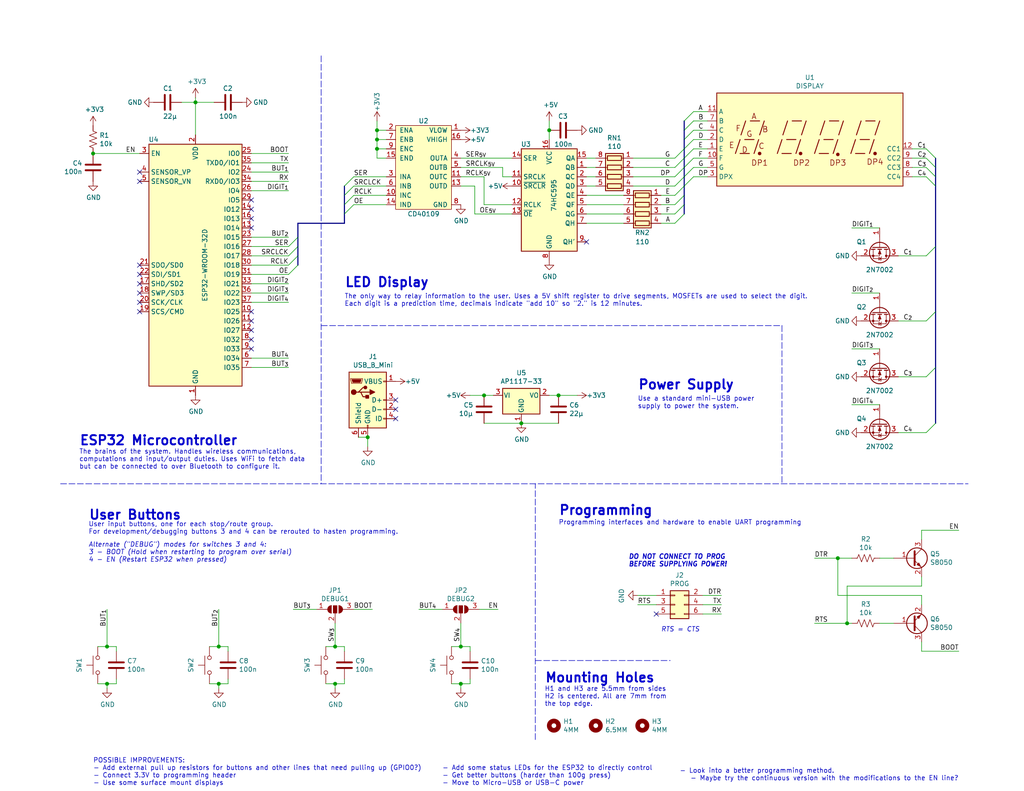
<source format=kicad_sch>
(kicad_sch (version 20211123) (generator eeschema)
  (paper "USLetter")
  (title_block (title "TTC Prediction Sign") (date "2022-03-15") (rev "1.2") (company "Savo Bajic") (comment 1 "System is programmed using UART") (comment 2 "Users should be able to configure it over bluetooth with a phone") (comment 3 "Users interact using a button to select a group of interest") (comment 4 "Board to display the next four predictions for TTC stops in minutes"))
  (lib_symbols
    (symbol "74xx:74HC595"
      (property "Reference" "U" (at -7.62 13.97 0))
      (property "Value" "74HC595" (at -7.62 -16.51 0))
      (symbol "74HC595_1_0"
        (pin tri_state line (at 10.16 7.62 180) (length 2.54) (name "QB") (number "1"))
        (pin input line (at -10.16 2.54 0) (length 2.54) (name "~{SRCLR}") (number "10"))
        (pin input line (at -10.16 5.08 0) (length 2.54) (name "SRCLK") (number "11"))
        (pin input line (at -10.16 -2.54 0) (length 2.54) (name "RCLK") (number "12"))
        (pin input line (at -10.16 -5.08 0) (length 2.54) (name "~{OE}") (number "13"))
        (pin input line (at -10.16 10.16 0) (length 2.54) (name "SER") (number "14"))
        (pin tri_state line (at 10.16 10.16 180) (length 2.54) (name "QA") (number "15"))
        (pin power_in line (at 0 15.24 270) (length 2.54) (name "VCC") (number "16"))
        (pin tri_state line (at 10.16 5.08 180) (length 2.54) (name "QC") (number "2"))
        (pin tri_state line (at 10.16 2.54 180) (length 2.54) (name "QD") (number "3"))
        (pin tri_state line (at 10.16 0 180) (length 2.54) (name "QE") (number "4"))
        (pin tri_state line (at 10.16 -2.54 180) (length 2.54) (name "QF") (number "5"))
        (pin tri_state line (at 10.16 -5.08 180) (length 2.54) (name "QG") (number "6"))
        (pin tri_state line (at 10.16 -7.62 180) (length 2.54) (name "QH") (number "7"))
        (pin power_in line (at 0 -17.78 90) (length 2.54) (name "GND") (number "8"))
        (pin output line (at 10.16 -12.7 180) (length 2.54) (name "QH'") (number "9"))
      )
    )
    (symbol "Connector:USB_B_Mini" (pin_names (offset 1.016))
      (property "Reference" "J" (at -5.08 11.43 0))
      (property "Value" "USB_B_Mini" (at -5.08 8.89 0))
      (symbol "USB_B_Mini_1_1"
        (pin power_out line (at 7.62 5.08 180) (length 2.54) (name "VBUS") (number "1"))
        (pin bidirectional line (at 7.62 -2.54 180) (length 2.54) (name "D-") (number "2"))
        (pin bidirectional line (at 7.62 0 180) (length 2.54) (name "D+") (number "3"))
        (pin passive line (at 7.62 -5.08 180) (length 2.54) (name "ID") (number "4"))
        (pin power_out line (at 0 -10.16 90) (length 2.54) (name "GND") (number "5"))
        (pin passive line (at -2.54 -10.16 90) (length 2.54) (name "Shield") (number "6"))
      )
    )
    (symbol "Connector_Generic:Conn_02x03_Odd_Even" (pin_names (offset 1.016) hide)
      (property "Reference" "J" (at 1.27 5.08 0))
      (property "Value" "Conn_02x03_Odd_Even" (at 1.27 -5.08 0))
      (symbol "Conn_02x03_Odd_Even_1_1"
        (pin passive line (at -5.08 2.54 0) (length 3.81) (name "Pin_1") (number "1"))
        (pin passive line (at 7.62 2.54 180) (length 3.81) (name "Pin_2") (number "2"))
        (pin passive line (at -5.08 0 0) (length 3.81) (name "Pin_3") (number "3"))
        (pin passive line (at 7.62 0 180) (length 3.81) (name "Pin_4") (number "4"))
        (pin passive line (at -5.08 -2.54 0) (length 3.81) (name "Pin_5") (number "5"))
        (pin passive line (at 7.62 -2.54 180) (length 3.81) (name "Pin_6") (number "6"))
      )
    )
    (symbol "Device:C" (pin_numbers hide) (pin_names (offset 0.254))
      (property "Reference" "C" (at 0.635 2.54 0))
      (property "Value" "C" (at 0.635 -2.54 0))
      (symbol "C_1_1"
        (pin passive line (at 0 3.81 270) (length 2.794) (name "~") (number "1"))
        (pin passive line (at 0 -3.81 90) (length 2.794) (name "~") (number "2"))
      )
    )
    (symbol "Device:Q_NPN_BEC" (pin_names (offset 0) hide)
      (property "Reference" "Q" (at 5.08 1.27 0))
      (property "Value" "Q_NPN_BEC" (at 5.08 -1.27 0))
      (symbol "Q_NPN_BEC_1_1"
        (pin input line (at -5.08 0 0) (length 5.715) (name "B") (number "1"))
        (pin passive line (at 2.54 -5.08 90) (length 2.54) (name "E") (number "2"))
        (pin passive line (at 2.54 5.08 270) (length 2.54) (name "C") (number "3"))
      )
    )
    (symbol "Device:R_Pack04" (pin_names (offset 0) hide)
      (property "Reference" "RN" (at -7.62 0 90))
      (property "Value" "R_Pack04" (at 5.08 0 90))
      (symbol "R_Pack04_1_1"
        (pin passive line (at -5.08 -5.08 90) (length 2.54) (name "R1.1") (number "1"))
        (pin passive line (at -2.54 -5.08 90) (length 2.54) (name "R2.1") (number "2"))
        (pin passive line (at 0 -5.08 90) (length 2.54) (name "R3.1") (number "3"))
        (pin passive line (at 2.54 -5.08 90) (length 2.54) (name "R4.1") (number "4"))
        (pin passive line (at 2.54 5.08 270) (length 2.54) (name "R4.2") (number "5"))
        (pin passive line (at 0 5.08 270) (length 2.54) (name "R3.2") (number "6"))
        (pin passive line (at -2.54 5.08 270) (length 2.54) (name "R2.2") (number "7"))
        (pin passive line (at -5.08 5.08 270) (length 2.54) (name "R1.2") (number "8"))
      )
    )
    (symbol "Device:R_US" (pin_numbers hide) (pin_names (offset 0))
      (property "Reference" "R" (at 2.54 0 90))
      (property "Value" "R_US" (at -2.54 0 90))
      (symbol "R_US_1_1"
        (pin passive line (at 0 3.81 270) (length 1.27) (name "~") (number "1"))
        (pin passive line (at 0 -3.81 90) (length 1.27) (name "~") (number "2"))
      )
    )
    (symbol "Jumper:SolderJumper_3_Open" (pin_names (offset 0) hide)
      (property "Reference" "JP" (at -2.54 -2.54 0))
      (property "Value" "SolderJumper_3_Open" (at 0 2.794 0))
      (symbol "SolderJumper_3_Open_1_1"
        (pin passive line (at -5.08 0 0) (length 2.54) (name "A") (number "1"))
        (pin input line (at 0 -3.81 90) (length 2.54) (name "C") (number "2"))
        (pin passive line (at 5.08 0 180) (length 2.54) (name "B") (number "3"))
      )
    )
    (symbol "Mechanical:MountingHole" (pin_names (offset 1.016))
      (property "Reference" "H" (at 0 5.08 0))
      (property "Value" "MountingHole" (at 0 3.175 0))
    )
    (symbol "RF_Module:ESP32-WROOM-32D"
      (property "Reference" "U" (at -12.7 34.29 0))
      (property "Value" "ESP32-WROOM-32D" (at 1.27 34.29 0))
      (symbol "ESP32-WROOM-32D_1_1"
        (pin power_in line (at 0 -35.56 90) (length 2.54) (name "GND") (number "1"))
        (pin bidirectional line (at 15.24 -12.7 180) (length 2.54) (name "IO25") (number "10"))
        (pin bidirectional line (at 15.24 -15.24 180) (length 2.54) (name "IO26") (number "11"))
        (pin bidirectional line (at 15.24 -17.78 180) (length 2.54) (name "IO27") (number "12"))
        (pin bidirectional line (at 15.24 10.16 180) (length 2.54) (name "IO14") (number "13"))
        (pin bidirectional line (at 15.24 15.24 180) (length 2.54) (name "IO12") (number "14"))
        (pin passive line (at 0 -35.56 90) (length 2.54) hide (name "GND") (number "15"))
        (pin bidirectional line (at 15.24 12.7 180) (length 2.54) (name "IO13") (number "16"))
        (pin bidirectional line (at -15.24 -5.08 0) (length 2.54) (name "SHD/SD2") (number "17"))
        (pin bidirectional line (at -15.24 -7.62 0) (length 2.54) (name "SWP/SD3") (number "18"))
        (pin bidirectional line (at -15.24 -12.7 0) (length 2.54) (name "SCS/CMD") (number "19"))
        (pin power_in line (at 0 35.56 270) (length 2.54) (name "VDD") (number "2"))
        (pin bidirectional line (at -15.24 -10.16 0) (length 2.54) (name "SCK/CLK") (number "20"))
        (pin bidirectional line (at -15.24 0 0) (length 2.54) (name "SDO/SD0") (number "21"))
        (pin bidirectional line (at -15.24 -2.54 0) (length 2.54) (name "SDI/SD1") (number "22"))
        (pin bidirectional line (at 15.24 7.62 180) (length 2.54) (name "IO15") (number "23"))
        (pin bidirectional line (at 15.24 25.4 180) (length 2.54) (name "IO2") (number "24"))
        (pin bidirectional line (at 15.24 30.48 180) (length 2.54) (name "IO0") (number "25"))
        (pin bidirectional line (at 15.24 20.32 180) (length 2.54) (name "IO4") (number "26"))
        (pin bidirectional line (at 15.24 5.08 180) (length 2.54) (name "IO16") (number "27"))
        (pin bidirectional line (at 15.24 2.54 180) (length 2.54) (name "IO17") (number "28"))
        (pin bidirectional line (at 15.24 17.78 180) (length 2.54) (name "IO5") (number "29"))
        (pin input line (at -15.24 30.48 0) (length 2.54) (name "EN") (number "3"))
        (pin bidirectional line (at 15.24 0 180) (length 2.54) (name "IO18") (number "30"))
        (pin bidirectional line (at 15.24 -2.54 180) (length 2.54) (name "IO19") (number "31"))
        (pin no_connect line (at -12.7 -27.94 0) (length 2.54) hide (name "NC") (number "32"))
        (pin bidirectional line (at 15.24 -5.08 180) (length 2.54) (name "IO21") (number "33"))
        (pin bidirectional line (at 15.24 22.86 180) (length 2.54) (name "RXD0/IO3") (number "34"))
        (pin bidirectional line (at 15.24 27.94 180) (length 2.54) (name "TXD0/IO1") (number "35"))
        (pin bidirectional line (at 15.24 -7.62 180) (length 2.54) (name "IO22") (number "36"))
        (pin bidirectional line (at 15.24 -10.16 180) (length 2.54) (name "IO23") (number "37"))
        (pin passive line (at 0 -35.56 90) (length 2.54) hide (name "GND") (number "38"))
        (pin passive line (at 0 -35.56 90) (length 2.54) hide (name "GND") (number "39"))
        (pin input line (at -15.24 25.4 0) (length 2.54) (name "SENSOR_VP") (number "4"))
        (pin input line (at -15.24 22.86 0) (length 2.54) (name "SENSOR_VN") (number "5"))
        (pin input line (at 15.24 -25.4 180) (length 2.54) (name "IO34") (number "6"))
        (pin input line (at 15.24 -27.94 180) (length 2.54) (name "IO35") (number "7"))
        (pin bidirectional line (at 15.24 -20.32 180) (length 2.54) (name "IO32") (number "8"))
        (pin bidirectional line (at 15.24 -22.86 180) (length 2.54) (name "IO33") (number "9"))
      )
    )
    (symbol "Regulator_Linear:AP1117-33" (pin_names (offset 0.254))
      (property "Reference" "U" (at -3.81 3.175 0))
      (property "Value" "AP1117-33" (at 0 3.175 0))
      (symbol "AP1117-33_1_1"
        (pin power_in line (at 0 -7.62 90) (length 2.54) (name "GND") (number "1"))
        (pin power_out line (at 7.62 0 180) (length 2.54) (name "VO") (number "2"))
        (pin power_in line (at -7.62 0 0) (length 2.54) (name "VI") (number "3"))
      )
    )
    (symbol "Switch:SW_Push" (pin_numbers hide) (pin_names (offset 1.016) hide)
      (property "Reference" "SW" (at 1.27 2.54 0))
      (property "Value" "SW_Push" (at 0 -1.524 0))
      (symbol "SW_Push_0_1"
        (pin passive line (at -5.08 0 0) (length 2.54) (name "1") (number "1"))
        (pin passive line (at 5.08 0 180) (length 2.54) (name "2") (number "2"))
      )
    )
    (symbol "Transistor_FET:2N7002" (pin_names hide)
      (property "Reference" "Q" (at 5.08 1.905 0))
      (property "Value" "2N7002" (at 5.08 0 0))
      (symbol "2N7002_1_1"
        (pin input line (at -5.08 0 0) (length 2.54) (name "G") (number "1"))
        (pin passive line (at 2.54 -5.08 90) (length 2.54) (name "S") (number "2"))
        (pin passive line (at 2.54 5.08 270) (length 2.54) (name "D") (number "3"))
      )
    )
    (symbol "power:+3.3V" (power) (pin_names (offset 0))
      (property "Value" "+3.3V" (at 0 3.556 0))
      (symbol "+3.3V_1_1"
        (pin power_in line (at 0 0 90) (length 0) hide (name "+3V3") (number "1"))
      )
    )
    (symbol "power:+5V" (power) (pin_names (offset 0))
      (property "Value" "+5V" (at 0 3.556 0))
      (symbol "+5V_1_1"
        (pin power_in line (at 0 0 90) (length 0) hide (name "+5V") (number "1"))
      )
    )
    (symbol "power:GND" (power) (pin_names (offset 0))
      (property "Value" "GND" (at 0 -3.81 0))
      (symbol "GND_1_1"
        (pin power_in line (at 0 0 270) (length 0) hide (name "GND") (number "1"))
      )
    )
    (symbol "ttc_sign:7-SEG-L"
      (property "Reference" "U" (at -24.13 13.97 0))
      (property "Value" "7-SEG-L" (at 17.78 13.97 0))
      (symbol "7-SEG-L_0_0"
        (text "A" (at -15.24 6.35 0) (effects (font (size 1.524 1.524))))
        (text "B" (at -12.192 2.794 0) (effects (font (size 1.524 1.524))))
        (text "C" (at -13.208 -1.778 0) (effects (font (size 1.524 1.524))))
        (text "D" (at -17.78 -2.794 0) (effects (font (size 1.524 1.524))))
        (text "DP1" (at -13.716 -6.35 0) (effects (font (size 1.524 1.524))))
        (text "DP2" (at -2.286 -6.35 0) (effects (font (size 1.524 1.524))))
        (text "DP3" (at 7.62 -6.35 0) (effects (font (size 1.524 1.524))))
        (text "DP4" (at 17.78 -6.096 0) (effects (font (size 1.524 1.524))))
        (text "E" (at -21.336 -1.524 0) (effects (font (size 1.524 1.524))))
        (text "F" (at -19.558 3.048 0) (effects (font (size 1.524 1.524))))
        (text "G" (at -16.51 1.524 0) (effects (font (size 1.524 1.524))))
      )
      (symbol "7-SEG-L_1_1"
        (pin input line (at -27.94 -2.54 0) (length 2.54) (name "E") (number "1"))
        (pin input line (at -27.94 -5.08 0) (length 2.54) (name "F") (number "10"))
        (pin input line (at -27.94 7.62 0) (length 2.54) (name "A") (number "11"))
        (pin output line (at 27.94 -2.54 180) (length 2.54) (name "CC1") (number "12"))
        (pin input line (at -27.94 0 0) (length 2.54) (name "D") (number "2"))
        (pin input line (at -27.94 -10.16 0) (length 2.54) (name "DPX") (number "3"))
        (pin input line (at -27.94 2.54 0) (length 2.54) (name "C") (number "4"))
        (pin input line (at -27.94 -7.62 0) (length 2.54) (name "G") (number "5"))
        (pin output line (at 27.94 -10.16 180) (length 2.54) (name "CC4") (number "6"))
        (pin input line (at -27.94 5.08 0) (length 2.54) (name "B") (number "7"))
        (pin output line (at 27.94 -7.62 180) (length 2.54) (name "CC3") (number "8"))
        (pin output line (at 27.94 -5.08 180) (length 2.54) (name "CC2") (number "9"))
      )
    )
    (symbol "ttc_sign:CD40109" (pin_names (offset 1.016))
      (property "Reference" "U" (at 0 15.24 0))
      (property "Value" "CD40109" (at 0 12.7 0))
      (symbol "CD40109_1_1"
        (pin power_in line (at 10.16 10.16 180) (length 2.54) (name "VLOW") (number "1"))
        (pin input line (at -10.16 -7.62 0) (length 2.54) (name "INC") (number "10"))
        (pin output line (at 10.16 -2.54 180) (length 2.54) (name "OUTC") (number "11"))
        (pin no_connect line (at 0 -13.97 90) (length 2.54) hide (name "NC") (number "12"))
        (pin output line (at 10.16 -5.08 180) (length 2.54) (name "OUTD") (number "13"))
        (pin input line (at -10.16 -10.16 0) (length 2.54) (name "IND") (number "14"))
        (pin input line (at -10.16 2.54 0) (length 2.54) (name "END") (number "15"))
        (pin power_in line (at 10.16 7.62 180) (length 2.54) (name "VHIGH") (number "16"))
        (pin input line (at -10.16 10.16 0) (length 2.54) (name "ENA") (number "2"))
        (pin input line (at -10.16 -2.54 0) (length 2.54) (name "INA") (number "3"))
        (pin output line (at 10.16 2.54 180) (length 2.54) (name "OUTA") (number "4"))
        (pin output line (at 10.16 0 180) (length 2.54) (name "OUTB") (number "5"))
        (pin input line (at -10.16 -5.08 0) (length 2.54) (name "INB") (number "6"))
        (pin input line (at -10.16 7.62 0) (length 2.54) (name "ENB") (number "7"))
        (pin power_in line (at 10.16 -10.16 180) (length 2.54) (name "GND") (number "8"))
        (pin input line (at -10.16 5.08 0) (length 2.54) (name "ENC") (number "9"))
      )
    )
  )
  (junction (at 59.69 176.53))
  (junction (at 29.21 176.53))
  (junction (at 102.87 35.56))
  (junction (at 152.4 107.95))
  (junction (at 102.87 38.1))
  (junction (at 125.73 176.53))
  (junction (at 228.6 152.4))
  (junction (at 91.44 186.69))
  (junction (at 149.86 35.56))
  (junction (at 142.24 115.57))
  (junction (at 231.14 170.18))
  (junction (at 102.87 40.64))
  (junction (at 100.33 119.38))
  (junction (at 53.34 27.94))
  (junction (at 132.08 107.95))
  (junction (at 29.21 186.69))
  (junction (at 25.4 41.91))
  (junction (at 125.73 186.69))
  (junction (at 91.44 176.53))
  (junction (at 59.69 186.69))
  (no_connect (at 38.1 46.99))
  (no_connect (at 68.58 62.23))
  (no_connect (at 107.95 109.22))
  (no_connect (at 68.58 87.63))
  (no_connect (at 68.58 57.15))
  (no_connect (at 38.1 80.01))
  (no_connect (at 179.07 167.64))
  (no_connect (at 68.58 95.25))
  (no_connect (at 38.1 77.47))
  (no_connect (at 38.1 82.55))
  (no_connect (at 68.58 90.17))
  (no_connect (at 160.02 66.04))
  (no_connect (at 68.58 59.69))
  (no_connect (at 38.1 85.09))
  (no_connect (at 38.1 72.39))
  (no_connect (at 68.58 54.61))
  (no_connect (at 68.58 85.09))
  (no_connect (at 38.1 49.53))
  (no_connect (at 107.95 111.76))
  (no_connect (at 68.58 92.71))
  (no_connect (at 38.1 74.93))
  (no_connect (at 107.95 114.3))
  (bus_entry (at 184.15 60.96) (size 2.54 -2.54))
  (bus_entry (at 184.15 45.72) (size 2.54 -2.54))
  (bus_entry (at 252.73 43.18) (size 2.54 2.54))
  (bus_entry (at 189.23 48.26) (size -2.54 2.54))
  (bus_entry (at 93.98 50.8) (size 2.54 -2.54))
  (bus_entry (at 189.23 43.18) (size -2.54 2.54))
  (bus_entry (at 78.74 67.31) (size 2.54 -2.54))
  (bus_entry (at 78.74 74.93) (size 2.54 -2.54))
  (bus_entry (at 78.74 69.85) (size 2.54 -2.54))
  (bus_entry (at 78.74 72.39) (size 2.54 -2.54))
  (bus_entry (at 189.23 30.48) (size -2.54 2.54))
  (bus_entry (at 93.98 55.88) (size 2.54 -2.54))
  (bus_entry (at 189.23 40.64) (size -2.54 2.54))
  (bus_entry (at 255.27 115.57) (size -2.54 2.54))
  (bus_entry (at 255.27 67.31) (size -2.54 2.54))
  (bus_entry (at 184.15 50.8) (size 2.54 -2.54))
  (bus_entry (at 255.27 85.09) (size -2.54 2.54))
  (bus_entry (at 93.98 53.34) (size 2.54 -2.54))
  (bus_entry (at 93.98 58.42) (size 2.54 -2.54))
  (bus_entry (at 189.23 45.72) (size -2.54 2.54))
  (bus_entry (at 252.73 48.26) (size 2.54 2.54))
  (bus_entry (at 252.73 40.64) (size 2.54 2.54))
  (bus_entry (at 184.15 43.18) (size 2.54 -2.54))
  (bus_entry (at 189.23 35.56) (size -2.54 2.54))
  (bus_entry (at 252.73 45.72) (size 2.54 2.54))
  (bus_entry (at 184.15 53.34) (size 2.54 -2.54))
  (bus_entry (at 189.23 38.1) (size -2.54 2.54))
  (bus_entry (at 255.27 100.33) (size -2.54 2.54))
  (bus_entry (at 184.15 48.26) (size 2.54 -2.54))
  (bus_entry (at 184.15 55.88) (size 2.54 -2.54))
  (bus_entry (at 189.23 33.02) (size -2.54 2.54))
  (bus_entry (at 184.15 58.42) (size 2.54 -2.54))
  (wire (pts (xy 68.58 46.99) (xy 78.74 46.99)))
  (wire (pts (xy 160.02 43.18) (xy 162.56 43.18)))
  (wire (pts (xy 248.92 43.18) (xy 252.73 43.18)))
  (wire (pts (xy 160.02 48.26) (xy 162.56 48.26)))
  (wire (pts (xy 248.92 45.72) (xy 252.73 45.72)))
  (wire (pts (xy 251.46 165.1) (xy 251.46 162.56)))
  (bus (pts (xy 186.69 55.88) (xy 186.69 58.42)))
  (wire (pts (xy 68.58 52.07) (xy 78.74 52.07)))
  (wire (pts (xy 129.54 50.8) (xy 129.54 58.42)))
  (wire (pts (xy 252.73 69.85) (xy 245.11 69.85)))
  (wire (pts (xy 149.86 33.02) (xy 149.86 35.56)))
  (wire (pts (xy 62.23 185.42) (xy 62.23 186.69)))
  (wire (pts (xy 172.72 45.72) (xy 184.15 45.72)))
  (wire (pts (xy 132.08 55.88) (xy 139.7 55.88)))
  (wire (pts (xy 125.73 186.69) (xy 123.19 186.69)))
  (wire (pts (xy 125.73 187.96) (xy 125.73 186.69)))
  (wire (pts (xy 189.23 48.26) (xy 193.04 48.26)))
  (wire (pts (xy 251.46 177.8) (xy 261.62 177.8)))
  (wire (pts (xy 101.6 166.37) (xy 96.52 166.37)))
  (wire (pts (xy 189.23 35.56) (xy 193.04 35.56)))
  (wire (pts (xy 102.87 38.1) (xy 105.41 38.1)))
  (wire (pts (xy 93.98 176.53) (xy 93.98 177.8)))
  (wire (pts (xy 102.87 40.64) (xy 102.87 43.18)))
  (wire (pts (xy 132.08 107.95) (xy 134.62 107.95)))
  (bus (pts (xy 255.27 100.33) (xy 255.27 115.57)))
  (wire (pts (xy 189.23 45.72) (xy 193.04 45.72)))
  (bus (pts (xy 81.28 60.96) (xy 93.98 60.96)))
  (wire (pts (xy 160.02 53.34) (xy 170.18 53.34)))
  (wire (pts (xy 49.53 27.94) (xy 53.34 27.94)))
  (wire (pts (xy 180.34 60.96) (xy 184.15 60.96)))
  (wire (pts (xy 251.46 147.32) (xy 251.46 144.78)))
  (wire (pts (xy 149.86 35.56) (xy 149.86 38.1)))
  (wire (pts (xy 123.19 176.53) (xy 125.73 176.53)))
  (wire (pts (xy 189.23 40.64) (xy 193.04 40.64)))
  (wire (pts (xy 251.46 144.78) (xy 261.62 144.78)))
  (wire (pts (xy 31.75 186.69) (xy 29.21 186.69)))
  (wire (pts (xy 97.79 119.38) (xy 100.33 119.38)))
  (wire (pts (xy 228.6 152.4) (xy 232.41 152.4)))
  (wire (pts (xy 232.41 80.01) (xy 240.03 80.01)))
  (wire (pts (xy 142.24 115.57) (xy 152.4 115.57)))
  (wire (pts (xy 78.74 74.93) (xy 68.58 74.93)))
  (wire (pts (xy 114.3 166.37) (xy 120.65 166.37)))
  (wire (pts (xy 59.69 166.37) (xy 59.69 176.53)))
  (wire (pts (xy 160.02 55.88) (xy 170.18 55.88)))
  (wire (pts (xy 91.44 170.18) (xy 91.44 176.53)))
  (bus (pts (xy 81.28 64.77) (xy 81.28 67.31)))
  (wire (pts (xy 172.72 43.18) (xy 184.15 43.18)))
  (wire (pts (xy 232.41 62.23) (xy 240.03 62.23)))
  (wire (pts (xy 128.27 186.69) (xy 125.73 186.69)))
  (wire (pts (xy 68.58 97.79) (xy 78.74 97.79)))
  (wire (pts (xy 180.34 53.34) (xy 184.15 53.34)))
  (wire (pts (xy 29.21 187.96) (xy 29.21 186.69)))
  (wire (pts (xy 149.86 107.95) (xy 152.4 107.95)))
  (wire (pts (xy 196.85 165.1) (xy 191.77 165.1)))
  (wire (pts (xy 180.34 58.42) (xy 184.15 58.42)))
  (wire (pts (xy 93.98 185.42) (xy 93.98 186.69)))
  (wire (pts (xy 96.52 48.26) (xy 105.41 48.26)))
  (wire (pts (xy 78.74 82.55) (xy 68.58 82.55)))
  (wire (pts (xy 189.23 33.02) (xy 193.04 33.02)))
  (wire (pts (xy 189.23 43.18) (xy 193.04 43.18)))
  (polyline (pts (xy 16.51 132.08) (xy 264.16 132.08)))
  (wire (pts (xy 68.58 41.91) (xy 78.74 41.91)))
  (wire (pts (xy 68.58 64.77) (xy 78.74 64.77)))
  (bus (pts (xy 93.98 55.88) (xy 93.98 58.42)))
  (wire (pts (xy 53.34 27.94) (xy 58.42 27.94)))
  (bus (pts (xy 186.69 45.72) (xy 186.69 48.26)))
  (bus (pts (xy 255.27 50.8) (xy 255.27 67.31)))
  (wire (pts (xy 102.87 38.1) (xy 102.87 40.64)))
  (wire (pts (xy 248.92 48.26) (xy 252.73 48.26)))
  (bus (pts (xy 186.69 53.34) (xy 186.69 55.88)))
  (wire (pts (xy 251.46 175.26) (xy 251.46 177.8)))
  (wire (pts (xy 59.69 176.53) (xy 62.23 176.53)))
  (wire (pts (xy 152.4 107.95) (xy 157.48 107.95)))
  (wire (pts (xy 172.72 50.8) (xy 184.15 50.8)))
  (wire (pts (xy 231.14 170.18) (xy 231.14 160.02)))
  (wire (pts (xy 173.99 165.1) (xy 179.07 165.1)))
  (bus (pts (xy 81.28 69.85) (xy 81.28 72.39)))
  (wire (pts (xy 222.25 170.18) (xy 231.14 170.18)))
  (wire (pts (xy 25.4 41.91) (xy 38.1 41.91)))
  (wire (pts (xy 31.75 176.53) (xy 31.75 177.8)))
  (bus (pts (xy 186.69 43.18) (xy 186.69 45.72)))
  (bus (pts (xy 255.27 67.31) (xy 255.27 85.09)))
  (wire (pts (xy 125.73 43.18) (xy 139.7 43.18)))
  (wire (pts (xy 102.87 35.56) (xy 102.87 38.1)))
  (wire (pts (xy 137.16 48.26) (xy 139.7 48.26)))
  (wire (pts (xy 160.02 50.8) (xy 162.56 50.8)))
  (wire (pts (xy 59.69 187.96) (xy 59.69 186.69)))
  (polyline (pts (xy 87.63 15.24) (xy 87.63 132.08)))
  (bus (pts (xy 93.98 58.42) (xy 93.98 60.96)))
  (wire (pts (xy 231.14 170.18) (xy 232.41 170.18)))
  (wire (pts (xy 102.87 43.18) (xy 105.41 43.18)))
  (polyline (pts (xy 146.05 201.93) (xy 146.05 132.08)))
  (wire (pts (xy 62.23 186.69) (xy 59.69 186.69)))
  (wire (pts (xy 88.9 176.53) (xy 91.44 176.53)))
  (wire (pts (xy 252.73 87.63) (xy 245.11 87.63)))
  (bus (pts (xy 81.28 67.31) (xy 81.28 69.85)))
  (wire (pts (xy 96.52 50.8) (xy 105.41 50.8)))
  (wire (pts (xy 240.03 152.4) (xy 243.84 152.4)))
  (wire (pts (xy 128.27 107.95) (xy 132.08 107.95)))
  (wire (pts (xy 251.46 160.02) (xy 251.46 157.48)))
  (wire (pts (xy 196.85 167.64) (xy 191.77 167.64)))
  (wire (pts (xy 231.14 160.02) (xy 251.46 160.02)))
  (wire (pts (xy 91.44 176.53) (xy 93.98 176.53)))
  (wire (pts (xy 252.73 118.11) (xy 245.11 118.11)))
  (wire (pts (xy 189.23 30.48) (xy 193.04 30.48)))
  (wire (pts (xy 29.21 166.37) (xy 29.21 176.53)))
  (wire (pts (xy 232.41 110.49) (xy 240.03 110.49)))
  (bus (pts (xy 186.69 40.64) (xy 186.69 43.18)))
  (wire (pts (xy 78.74 69.85) (xy 68.58 69.85)))
  (wire (pts (xy 180.34 55.88) (xy 184.15 55.88)))
  (bus (pts (xy 255.27 45.72) (xy 255.27 48.26)))
  (bus (pts (xy 255.27 43.18) (xy 255.27 45.72)))
  (wire (pts (xy 78.74 80.01) (xy 68.58 80.01)))
  (bus (pts (xy 255.27 85.09) (xy 255.27 100.33)))
  (wire (pts (xy 172.72 48.26) (xy 184.15 48.26)))
  (wire (pts (xy 125.73 50.8) (xy 129.54 50.8)))
  (wire (pts (xy 129.54 58.42) (xy 139.7 58.42)))
  (wire (pts (xy 57.15 176.53) (xy 59.69 176.53)))
  (wire (pts (xy 78.74 72.39) (xy 68.58 72.39)))
  (wire (pts (xy 102.87 33.02) (xy 102.87 35.56)))
  (wire (pts (xy 130.81 166.37) (xy 135.89 166.37)))
  (bus (pts (xy 186.69 38.1) (xy 186.69 40.64)))
  (wire (pts (xy 26.67 176.53) (xy 29.21 176.53)))
  (wire (pts (xy 93.98 186.69) (xy 91.44 186.69)))
  (bus (pts (xy 186.69 48.26) (xy 186.69 50.8)))
  (wire (pts (xy 160.02 60.96) (xy 170.18 60.96)))
  (wire (pts (xy 128.27 185.42) (xy 128.27 186.69)))
  (wire (pts (xy 248.92 40.64) (xy 252.73 40.64)))
  (wire (pts (xy 125.73 176.53) (xy 128.27 176.53)))
  (bus (pts (xy 186.69 35.56) (xy 186.69 38.1)))
  (wire (pts (xy 68.58 49.53) (xy 78.74 49.53)))
  (wire (pts (xy 96.52 53.34) (xy 105.41 53.34)))
  (wire (pts (xy 196.85 162.56) (xy 191.77 162.56)))
  (bus (pts (xy 93.98 53.34) (xy 93.98 55.88)))
  (wire (pts (xy 59.69 186.69) (xy 57.15 186.69)))
  (wire (pts (xy 222.25 152.4) (xy 228.6 152.4)))
  (wire (pts (xy 91.44 187.96) (xy 91.44 186.69)))
  (wire (pts (xy 62.23 176.53) (xy 62.23 177.8)))
  (wire (pts (xy 80.01 166.37) (xy 86.36 166.37)))
  (wire (pts (xy 96.52 55.88) (xy 105.41 55.88)))
  (wire (pts (xy 68.58 100.33) (xy 78.74 100.33)))
  (wire (pts (xy 125.73 170.18) (xy 125.73 176.53)))
  (bus (pts (xy 186.69 50.8) (xy 186.69 53.34)))
  (wire (pts (xy 160.02 45.72) (xy 162.56 45.72)))
  (bus (pts (xy 93.98 50.8) (xy 93.98 53.34)))
  (wire (pts (xy 53.34 27.94) (xy 53.34 36.83)))
  (wire (pts (xy 78.74 67.31) (xy 68.58 67.31)))
  (polyline (pts (xy 87.63 88.9) (xy 213.36 88.9)))
  (wire (pts (xy 100.33 119.38) (xy 100.33 121.92)))
  (wire (pts (xy 29.21 186.69) (xy 26.67 186.69)))
  (wire (pts (xy 240.03 170.18) (xy 243.84 170.18)))
  (wire (pts (xy 53.34 26.67) (xy 53.34 27.94)))
  (wire (pts (xy 78.74 77.47) (xy 68.58 77.47)))
  (wire (pts (xy 132.08 115.57) (xy 142.24 115.57)))
  (wire (pts (xy 105.41 35.56) (xy 102.87 35.56)))
  (wire (pts (xy 132.08 48.26) (xy 132.08 55.88)))
  (wire (pts (xy 125.73 48.26) (xy 132.08 48.26)))
  (wire (pts (xy 29.21 176.53) (xy 31.75 176.53)))
  (bus (pts (xy 255.27 48.26) (xy 255.27 50.8)))
  (polyline (pts (xy 146.05 180.34) (xy 182.88 180.34)))
  (wire (pts (xy 232.41 95.25) (xy 240.03 95.25)))
  (bus (pts (xy 186.69 33.02) (xy 186.69 35.56)))
  (wire (pts (xy 252.73 102.87) (xy 245.11 102.87)))
  (wire (pts (xy 189.23 38.1) (xy 193.04 38.1)))
  (polyline (pts (xy 213.36 88.9) (xy 213.36 132.08)))
  (wire (pts (xy 125.73 45.72) (xy 137.16 45.72)))
  (wire (pts (xy 68.58 44.45) (xy 78.74 44.45)))
  (wire (pts (xy 31.75 185.42) (xy 31.75 186.69)))
  (wire (pts (xy 137.16 45.72) (xy 137.16 48.26)))
  (wire (pts (xy 105.41 40.64) (xy 102.87 40.64)))
  (wire (pts (xy 228.6 152.4) (xy 228.6 162.56)))
  (wire (pts (xy 173.99 162.56) (xy 179.07 162.56)))
  (wire (pts (xy 128.27 176.53) (xy 128.27 177.8)))
  (bus (pts (xy 81.28 60.96) (xy 81.28 64.77)))
  (wire (pts (xy 160.02 58.42) (xy 170.18 58.42)))
  (wire (pts (xy 91.44 186.69) (xy 88.9 186.69)))
  (wire (pts (xy 251.46 162.56) (xy 228.6 162.56)))
  (text "LED Display" (at 93.98 78.74 0) (effects (font (size 2.54 2.54) (thickness 0.508) bold) (justify left bottom)))
  (text "RTS = CTS" (at 180.34 172.72 0) (effects (font (size 1.27 1.27) italic) (justify left bottom)))
  (text "Mounting Holes" (at 148.59 186.69 0) (effects (font (size 2.54 2.54) (thickness 0.508) bold) (justify left bottom)))
  (text "ESP32 Microcontroller" (at 21.59 121.92 0) (effects (font (size 2.54 2.54) (thickness 0.508) bold) (justify left bottom)))
  (text "Programming" (at 152.4 140.97 0) (effects (font (size 2.54 2.54) (thickness 0.508) bold) (justify left bottom)))
  (text "User input buttons, one for each stop/route group.\nFor development/debugging buttons 3 and 4 can be rerouted to hasten programming." (at 24.13 146.05 0) (effects (font (size 1.27 1.27)) (justify left bottom)))
  (text "Programming interfaces and hardware to enable UART programming" (at 152.4 143.51 0) (effects (font (size 1.27 1.27)) (justify left bottom)))
  (text "- Add some status LEDs for the ESP32 to directly control\n- Get better buttons (harder than 100g press)\n- Move to Micro-USB or USB-C power" (at 120.65 214.63 0) (effects (font (size 1.27 1.27)) (justify left bottom)))
  (text "DO NOT CONNECT TO PROG \nBEFORE SUPPLYING POWER!" (at 171.45 154.94 0) (effects (font (size 1.27 1.27) (thickness 0.254) bold italic) (justify left bottom)))
  (text "Power Supply" (at 173.99 106.68 0) (effects (font (size 2.54 2.54) (thickness 0.508) bold) (justify left bottom)))
  (text "POSSIBLE IMPROVEMENTS:\n- Add external pull up resistors for buttons and other lines that need pulling up (GPIO0?)\n- Connect 3.3V to programming header\n- Use some surface mount displays\n" (at 25.4 214.63 0) (effects (font (size 1.27 1.27)) (justify left bottom)))
  (text "Alternate (\"DEBUG\") modes for switches 3 and 4:\n3 - BOOT (Hold when restarting to program over serial)\n4 - EN (Restart ESP32 when pressed)" (at 24.13 153.67 0) (effects (font (size 1.27 1.27) italic) (justify left bottom)))
  (text "- Look into a better programming method.\n   - Maybe try the continuous version with the modifications to the EN line?" (at 185.42 213.36 0) (effects (font (size 1.27 1.27)) (justify left bottom)))
  (text "The brains of the system. Handles wireless communications,\ncomputations and input/output duties. Uses WiFi to fetch data\nbut can be connected to over Bluetooth to configure it." (at 21.59 128.27 0) (effects (font (size 1.27 1.27)) (justify left bottom)))
  (text "Use a standard mini-USB power\nsupply to power the system." (at 173.99 111.76 0) (effects (font (size 1.27 1.27)) (justify left bottom)))
  (text "The only way to relay information to the user. Uses a 5V shift register to drive segments, MOSFETs are used to select the digit.\nEach digit is a prediction time, decimals indicate \"add 10\" so \"2.\" is 12 minutes. " (at 93.98 83.82 0) (effects (font (size 1.27 1.27)) (justify left bottom)))
  (text "User Buttons" (at 24.13 142.24 0) (effects (font (size 2.54 2.54) (thickness 0.508) bold) (justify left bottom)))
  (text "H1 and H3 are 5.5mm from sides\nH2 is centered. All are 7mm from\nthe top edge." (at 148.59 193.04 0) (effects (font (size 1.27 1.27)) (justify left bottom)))
  (label "E" (at 190.5 40.64 0))
  (label "RX" (at 196.85 167.64 180))
  (label "RCLK" (at 78.74 72.39 180))
  (label "RCLK" (at 96.52 53.34 0))
  (label "BUT_{1}" (at 78.74 46.99 180))
  (label "SER_{5V}" (at 127 43.18 0))
  (label "DIGIT_{4}" (at 232.41 110.49 0))
  (label "C_{2}" (at 252.73 43.18 180))
  (label "RTS" (at 222.25 170.18 0))
  (label "SW_{4}" (at 125.73 175.26 90))
  (label "DP" (at 182.88 48.26 180))
  (label "RCLK_{5V}" (at 127 48.26 0))
  (label "DIGIT_{4}" (at 78.74 82.55 180))
  (label "EN" (at 34.29 41.91 0))
  (label "G" (at 182.88 43.18 180))
  (label "A" (at 190.5 30.48 0))
  (label "DIGIT_{2}" (at 232.41 80.01 0))
  (label "D" (at 190.5 38.1 0))
  (label "B" (at 182.88 55.88 180))
  (label "C_{4}" (at 252.73 48.26 180))
  (label "C_{3}" (at 248.92 102.87 180))
  (label "DIGIT_{2}" (at 78.74 77.47 180))
  (label "SER" (at 96.52 48.26 0))
  (label "C_{4}" (at 248.92 118.11 180))
  (label "C_{1}" (at 252.73 40.64 180))
  (label "D" (at 182.88 50.8 180))
  (label "B" (at 190.5 33.02 0))
  (label "BUT_{2}" (at 59.69 166.37 270))
  (label "OE" (at 78.74 74.93 180))
  (label "BUT_{4}" (at 78.74 97.79 180))
  (label "BOOT" (at 78.74 41.91 180))
  (label "DIGIT_{1}" (at 78.74 52.07 180))
  (label "BOOT" (at 101.6 166.37 180))
  (label "OE" (at 96.52 55.88 0))
  (label "C_{2}" (at 248.92 87.63 180))
  (label "C" (at 182.88 45.72 180))
  (label "DP" (at 190.5 48.26 0))
  (label "A" (at 182.88 60.96 180))
  (label "DTR" (at 196.85 162.56 180))
  (label "DTR" (at 222.25 152.4 0))
  (label "SER" (at 78.74 67.31 180))
  (label "BUT_{2}" (at 78.74 64.77 180))
  (label "TX" (at 196.85 165.1 180))
  (label "EN" (at 135.89 166.37 180))
  (label "TX" (at 78.74 44.45 180))
  (label "BUT_{1}" (at 29.21 166.37 270))
  (label "BUT_{3}" (at 80.01 166.37 0))
  (label "BUT_{3}" (at 78.74 100.33 180))
  (label "F" (at 182.88 58.42 180))
  (label "RTS" (at 173.99 165.1 0))
  (label "C_{3}" (at 252.73 45.72 180))
  (label "SW_{3}" (at 91.44 175.26 90))
  (label "RX" (at 78.74 49.53 180))
  (label "F" (at 190.5 43.18 0))
  (label "DIGIT_{1}" (at 232.41 62.23 0))
  (label "DIGIT_{3}" (at 78.74 80.01 180))
  (label "BUT_{4}" (at 114.3 166.37 0))
  (label "DIGIT_{3}" (at 232.41 95.25 0))
  (label "C" (at 190.5 35.56 0))
  (label "SRCLCK" (at 78.74 69.85 180))
  (label "E" (at 182.88 53.34 180))
  (label "OE_{5V}" (at 130.81 58.42 0))
  (label "G" (at 190.5 45.72 0))
  (label "BOOT" (at 261.62 177.8 180))
  (label "EN" (at 261.62 144.78 180))
  (label "SRCLCK" (at 96.52 50.8 0))
  (label "C_{1}" (at 248.92 69.85 180))
  (label "SRCLK_{5V}" (at 127 45.72 0))
  (symbol (lib_id "RF_Module:ESP32-WROOM-32D") (at 53.34 72.39 0) (unit 1)
    (property "Reference" "U4" (at 41.91 38.1 0))
    (property "Value" "ESP32-WROOM-32D" (at 55.88 72.39 90))
    (property "Footprint" "RF_Module:ESP32-WROOM-32" (effects hide))
    (property "Datasheet" "https://www.espressif.com/sites/default/files/documentation/esp32-wroom-32d_esp32-wroom-32u_datasheet_en.pdf" (effects hide))
  )
  (symbol (lib_id "74xx:74HC595") (at 149.86 53.34 0) (unit 1)
    (property "Reference" "U3" (at 143.51 39.37 0))
    (property "Value" "74HC595" (at 151.13 53.34 90))
    (property "Footprint" "Package_SO:SOP-16_3.9x9.9mm_P1.27mm" (effects hide))
    (property "Datasheet" "http://www.ti.com/lit/ds/symlink/sn74hc595.pdf" (effects hide))
  )
  (symbol (lib_id "Transistor_FET:2N7002") (at 240.03 67.31 270) (unit 1)
    (property "Reference" "Q1" (at 233.68 66.04 90) (effects (justify left)))
    (property "Value" "2N7002" (at 236.22 73.66 90) (effects (justify left)))
    (property "Footprint" "Package_TO_SOT_SMD:SOT-23" (effects hide))
    (property "Datasheet" "https://www.onsemi.com/pub/Collateral/NDS7002A-D.PDF" (effects hide))
  )
  (symbol (lib_id "ttc_sign:CD40109") (at 115.57 45.72 0) (unit 1)
    (property "Reference" "U2" (at 115.57 33.02 0))
    (property "Value" "CD40109" (at 115.57 58.42 0))
    (property "Footprint" "Package_SO:SO-16_5.3x10.2mm_P1.27mm" (effects hide))
    (property "Datasheet" "https://www.ti.com/lit/ds/symlink/cd40109b.pdf?HQS=dis-mous-null-mousermode-dsf-pf-null-wwe&ts=1622397739017&ref_url=https%253A%252F%252Fwww.mouser.ca%252F" (effects hide))
  )
  (symbol (lib_id "Device:R_Pack04") (at 175.26 58.42 90) (mirror x) (unit 1)
    (property "Reference" "RN2" (at 175.26 63.5 90))
    (property "Value" "110" (at 175.26 66.04 90))
    (property "Footprint" "Resistor_SMD:R_Array_Concave_4x0603" (effects hide))
  )
  (symbol (lib_id "power:+3.3V") (at 53.34 26.67 0) (unit 1)
    (property "Reference" "#PWR01" (effects hide))
    (property "Value" "+3.3V" (at 53.721 22.2758 0))
  )
  (symbol (lib_id "power:+3.3V") (at 125.73 35.56 270) (unit 1)
    (property "Reference" "#PWR07" (effects hide))
    (property "Value" "+3.3V" (at 128.27 35.56 90) (effects (justify left)))
  )
  (symbol (lib_id "power:+5V") (at 125.73 38.1 270) (unit 1)
    (property "Reference" "#PWR09" (effects hide))
    (property "Value" "+5V" (at 128.27 38.1 90) (effects (justify left)))
  )
  (symbol (lib_id "power:+5V") (at 149.86 33.02 0) (unit 1)
    (property "Reference" "#PWR05" (effects hide))
    (property "Value" "+5V" (at 150.241 28.6258 0))
  )
  (symbol (lib_id "power:GND") (at 53.34 107.95 0) (unit 1)
    (property "Reference" "#PWR018" (effects hide))
    (property "Value" "GND" (at 53.467 112.3442 0))
  )
  (symbol (lib_id "power:GND") (at 125.73 55.88 0) (unit 1)
    (property "Reference" "#PWR012" (effects hide))
    (property "Value" "GND" (at 125.857 60.2742 0))
  )
  (symbol (lib_id "power:GND") (at 149.86 71.12 0) (unit 1)
    (property "Reference" "#PWR014" (effects hide))
    (property "Value" "GND" (at 149.987 75.5142 0))
  )
  (symbol (lib_id "Device:R_US") (at 236.22 152.4 270) (unit 1)
    (property "Reference" "R2" (at 236.22 147.193 90))
    (property "Value" "10k" (at 236.22 149.5044 90))
    (property "Footprint" "Resistor_SMD:R_0603_1608Metric" (effects hide))
  )
  (symbol (lib_id "Device:R_US") (at 236.22 170.18 270) (unit 1)
    (property "Reference" "R3" (at 236.22 164.973 90))
    (property "Value" "10k" (at 236.22 167.2844 90))
    (property "Footprint" "Resistor_SMD:R_0603_1608Metric" (effects hide))
  )
  (symbol (lib_id "Device:R_Pack04") (at 167.64 48.26 90) (mirror x) (unit 1)
    (property "Reference" "RN1" (at 167.64 37.6682 90))
    (property "Value" "110" (at 167.64 39.9796 90))
    (property "Footprint" "Resistor_SMD:R_Array_Concave_4x0603" (effects hide))
  )
  (symbol (lib_id "ttc_sign:7-SEG-L") (at 220.98 38.1 0) (unit 1)
    (property "Reference" "U1" (at 220.98 21.1582 0))
    (property "Value" "DISPLAY" (at 220.98 23.4696 0))
    (property "Footprint" "ttc_sign:7SEG4DIG20MM" (effects hide))
    (property "Datasheet" "https://www.creatroninc.com/download/7-Segment-Array-Datasheet.pdf" (effects hide))
  )
  (symbol (lib_id "power:GND") (at 234.95 69.85 270) (unit 1)
    (property "Reference" "#PWR013" (effects hide))
    (property "Value" "GND" (at 229.87 69.85 90))
  )
  (symbol (lib_id "power:+3.3V") (at 102.87 33.02 0) (unit 1)
    (property "Reference" "#PWR04" (effects hide))
    (property "Value" "+3.3V" (at 102.87 30.48 90) (effects (justify left)))
  )
  (symbol (lib_id "power:+5V") (at 139.7 50.8 90) (unit 1)
    (property "Reference" "#PWR011" (effects hide))
    (property "Value" "+5V" (at 137.16 50.8 90) (effects (justify left)))
  )
  (symbol (lib_id "Switch:SW_Push") (at 26.67 181.61 90) (unit 1)
    (property "Reference" "SW1" (at 21.59 181.61 0))
    (property "Value" "SW_Push" (effects hide))
    (property "Footprint" "Button_Switch_SMD:SW_SPST_SKQG_WithStem" (effects hide))
  )
  (symbol (lib_id "Device:R_US") (at 25.4 38.1 180) (unit 1)
    (property "Reference" "R1" (at 27.1272 36.9316 0) (effects (justify right)))
    (property "Value" "10k" (at 27.1272 39.243 0) (effects (justify right)))
    (property "Footprint" "Resistor_SMD:R_0603_1608Metric" (effects hide))
  )
  (symbol (lib_id "power:+3.3V") (at 25.4 34.29 0) (unit 1)
    (property "Reference" "#PWR06" (effects hide))
    (property "Value" "+3.3V" (at 25.781 29.8958 0))
  )
  (symbol (lib_id "Device:C") (at 25.4 45.72 0) (mirror x) (unit 1)
    (property "Reference" "C4" (at 22.479 44.5516 0) (effects (justify right)))
    (property "Value" "100n" (at 22.479 46.863 0) (effects (justify right)))
    (property "Footprint" "Capacitor_SMD:C_0603_1608Metric" (effects hide))
  )
  (symbol (lib_id "power:GND") (at 25.4 49.53 0) (unit 1)
    (property "Reference" "#PWR010" (effects hide))
    (property "Value" "GND" (at 25.527 53.9242 0))
  )
  (symbol (lib_id "Regulator_Linear:AP1117-33") (at 142.24 107.95 0) (unit 1)
    (property "Reference" "U5" (at 142.24 101.8032 0))
    (property "Value" "AP1117-33" (at 142.24 104.1146 0))
    (property "Footprint" "Package_TO_SOT_SMD:SOT-223-3_TabPin2" (effects hide))
    (property "Datasheet" "http://www.diodes.com/datasheets/AP1117.pdf" (effects hide))
  )
  (symbol (lib_id "Device:C") (at 132.08 111.76 0) (mirror x) (unit 1)
    (property "Reference" "C5" (at 129.159 110.5916 0) (effects (justify right)))
    (property "Value" "10µ" (at 129.159 112.903 0) (effects (justify right)))
    (property "Footprint" "Capacitor_SMD:C_0603_1608Metric" (effects hide))
  )
  (symbol (lib_id "Device:C") (at 152.4 111.76 0) (unit 1)
    (property "Reference" "C6" (at 155.321 110.5916 0) (effects (justify left)))
    (property "Value" "22µ" (at 155.321 112.903 0) (effects (justify left)))
    (property "Footprint" "Capacitor_SMD:C_0805_2012Metric" (effects hide))
  )
  (symbol (lib_id "power:GND") (at 142.24 115.57 0) (unit 1)
    (property "Reference" "#PWR021" (effects hide))
    (property "Value" "GND" (at 142.367 119.9642 0))
  )
  (symbol (lib_id "Switch:SW_Push") (at 57.15 181.61 90) (unit 1)
    (property "Reference" "SW2" (at 52.07 181.61 0))
    (property "Value" "SW_Push" (effects hide))
    (property "Footprint" "Button_Switch_SMD:SW_SPST_SKQG_WithStem" (effects hide))
  )
  (symbol (lib_id "Switch:SW_Push") (at 88.9 181.61 90) (unit 1)
    (property "Reference" "SW3" (at 83.82 181.61 0))
    (property "Value" "SW_Push" (effects hide))
    (property "Footprint" "Button_Switch_SMD:SW_SPST_SKQG_WithStem" (effects hide))
  )
  (symbol (lib_id "Switch:SW_Push") (at 123.19 181.61 90) (unit 1)
    (property "Reference" "SW4" (at 118.11 181.61 0))
    (property "Value" "SW_Push" (effects hide))
    (property "Footprint" "Button_Switch_SMD:SW_SPST_SKQG_WithStem" (effects hide))
  )
  (symbol (lib_id "power:+3.3V") (at 157.48 107.95 270) (unit 1)
    (property "Reference" "#PWR020" (effects hide))
    (property "Value" "+3.3V" (at 160.02 107.95 90) (effects (justify left)))
  )
  (symbol (lib_id "power:+5V") (at 128.27 107.95 90) (unit 1)
    (property "Reference" "#PWR019" (effects hide))
    (property "Value" "+5V" (at 125.73 107.95 90) (effects (justify left)))
  )
  (symbol (lib_id "Device:C") (at 45.72 27.94 270) (mirror x) (unit 1)
    (property "Reference" "C1" (at 44.45 24.13 90) (effects (justify left)))
    (property "Value" "22µ" (at 44.45 31.75 90) (effects (justify left)))
    (property "Footprint" "Capacitor_SMD:C_0805_2012Metric" (effects hide))
  )
  (symbol (lib_id "Device:C") (at 62.23 27.94 270) (unit 1)
    (property "Reference" "C2" (at 63.5 24.13 90) (effects (justify right)))
    (property "Value" "100n" (at 64.77 31.75 90) (effects (justify right)))
    (property "Footprint" "Capacitor_SMD:C_0603_1608Metric" (effects hide))
  )
  (symbol (lib_id "power:GND") (at 41.91 27.94 270) (unit 1)
    (property "Reference" "#PWR02" (effects hide))
    (property "Value" "GND" (at 36.83 27.94 90))
  )
  (symbol (lib_id "power:GND") (at 66.04 27.94 90) (unit 1)
    (property "Reference" "#PWR03" (effects hide))
    (property "Value" "GND" (at 71.12 27.94 90))
  )
  (symbol (lib_id "Device:C") (at 153.67 35.56 90) (unit 1)
    (property "Reference" "C3" (at 154.94 31.75 90) (effects (justify left)))
    (property "Value" "100n" (at 156.21 39.37 90) (effects (justify left)))
    (property "Footprint" "Capacitor_SMD:C_0603_1608Metric" (effects hide))
  )
  (symbol (lib_id "power:GND") (at 157.48 35.56 90) (unit 1)
    (property "Reference" "#PWR08" (effects hide))
    (property "Value" "GND" (at 162.56 35.56 90))
  )
  (symbol (lib_id "Device:C") (at 31.75 181.61 180) (unit 1)
    (property "Reference" "C7" (at 34.671 180.4416 0) (effects (justify right)))
    (property "Value" "100n" (at 34.671 182.753 0) (effects (justify right)))
    (property "Footprint" "Capacitor_SMD:C_0603_1608Metric" (effects hide))
  )
  (symbol (lib_id "Device:C") (at 62.23 181.61 180) (unit 1)
    (property "Reference" "C8" (at 65.151 180.4416 0) (effects (justify right)))
    (property "Value" "100n" (at 65.151 182.753 0) (effects (justify right)))
    (property "Footprint" "Capacitor_SMD:C_0603_1608Metric" (effects hide))
  )
  (symbol (lib_id "Device:C") (at 93.98 181.61 180) (unit 1)
    (property "Reference" "C9" (at 96.901 180.4416 0) (effects (justify right)))
    (property "Value" "100n" (at 96.901 182.753 0) (effects (justify right)))
    (property "Footprint" "Capacitor_SMD:C_0603_1608Metric" (effects hide))
  )
  (symbol (lib_id "Device:C") (at 128.27 181.61 180) (unit 1)
    (property "Reference" "C10" (at 131.191 180.4416 0) (effects (justify right)))
    (property "Value" "100n" (at 131.191 182.753 0) (effects (justify right)))
    (property "Footprint" "Capacitor_SMD:C_0603_1608Metric" (effects hide))
  )
  (symbol (lib_id "power:GND") (at 29.21 187.96 0) (unit 1)
    (property "Reference" "#PWR025" (effects hide))
    (property "Value" "GND" (at 29.337 192.3542 0))
  )
  (symbol (lib_id "power:GND") (at 59.69 187.96 0) (unit 1)
    (property "Reference" "#PWR026" (effects hide))
    (property "Value" "GND" (at 59.817 192.3542 0))
  )
  (symbol (lib_id "power:GND") (at 91.44 187.96 0) (unit 1)
    (property "Reference" "#PWR027" (effects hide))
    (property "Value" "GND" (at 91.567 192.3542 0))
  )
  (symbol (lib_id "power:GND") (at 125.73 187.96 0) (unit 1)
    (property "Reference" "#PWR028" (effects hide))
    (property "Value" "GND" (at 125.857 192.3542 0))
  )
  (symbol (lib_id "Mechanical:MountingHole") (at 151.13 198.12 0) (unit 1)
    (property "Reference" "H1" (at 153.67 196.9516 0) (effects (justify left)))
    (property "Value" "4MM" (at 153.67 199.263 0) (effects (justify left)))
    (property "Footprint" "MountingHole:MountingHole_4mm" (effects hide))
  )
  (symbol (lib_id "Mechanical:MountingHole") (at 162.56 198.12 0) (unit 1)
    (property "Reference" "H2" (at 165.1 196.9516 0) (effects (justify left)))
    (property "Value" "6.5MM" (at 165.1 199.263 0) (effects (justify left)))
    (property "Footprint" "MountingHole:MountingHole_6.5mm" (effects hide))
  )
  (symbol (lib_id "Mechanical:MountingHole") (at 175.26 198.12 0) (unit 1)
    (property "Reference" "H3" (at 177.8 196.9516 0) (effects (justify left)))
    (property "Value" "4MM" (at 177.8 199.263 0) (effects (justify left)))
    (property "Footprint" "MountingHole:MountingHole_4mm" (effects hide))
  )
  (symbol (lib_id "Jumper:SolderJumper_3_Open") (at 91.44 166.37 0) (unit 1)
    (property "Reference" "JP1" (at 91.44 161.163 0))
    (property "Value" "DEBUG1" (at 91.44 163.4744 0))
    (property "Footprint" "Jumper:SolderJumper-3_P1.3mm_Open_Pad1.0x1.5mm" (effects hide))
  )
  (symbol (lib_id "Jumper:SolderJumper_3_Open") (at 125.73 166.37 0) (unit 1)
    (property "Reference" "JP2" (at 125.73 161.163 0))
    (property "Value" "DEBUG2" (at 125.73 163.4744 0))
    (property "Footprint" "Jumper:SolderJumper-3_P1.3mm_Open_Pad1.0x1.5mm" (effects hide))
  )
  (symbol (lib_id "Connector:USB_B_Mini") (at 100.33 109.22 0) (unit 1)
    (property "Reference" "J1" (at 101.7778 97.3582 0))
    (property "Value" "USB_B_Mini" (at 101.7778 99.6696 0))
    (property "Footprint" "Connector_USB:USB_Mini-B_Wuerth_65100516121_Horizontal" (effects hide))
  )
  (symbol (lib_id "power:GND") (at 100.33 121.92 0) (unit 1)
    (property "Reference" "#PWR023" (effects hide))
    (property "Value" "GND" (at 100.457 126.3142 0))
  )
  (symbol (lib_id "power:+5V") (at 107.95 104.14 270) (unit 1)
    (property "Reference" "#PWR017" (effects hide))
    (property "Value" "+5V" (at 110.49 104.14 90) (effects (justify left)))
  )
  (symbol (lib_id "Connector_Generic:Conn_02x03_Odd_Even") (at 184.15 165.1 0) (unit 1)
    (property "Reference" "J2" (at 185.42 157.0482 0))
    (property "Value" "PROG" (at 185.42 159.3596 0))
    (property "Footprint" "Connector_PinHeader_2.54mm:PinHeader_2x03_P2.54mm_Vertical_SMD" (effects hide))
  )
  (symbol (lib_id "power:GND") (at 173.99 162.56 270) (unit 1)
    (property "Reference" "#PWR024" (effects hide))
    (property "Value" "GND" (at 169.5958 162.687 0))
  )
  (symbol (lib_id "Transistor_FET:2N7002") (at 240.03 85.09 270) (unit 1)
    (property "Reference" "Q2" (at 233.68 83.82 90) (effects (justify left)))
    (property "Value" "2N7002" (at 236.22 91.44 90) (effects (justify left)))
    (property "Footprint" "Package_TO_SOT_SMD:SOT-23" (effects hide))
    (property "Datasheet" "https://www.onsemi.com/pub/Collateral/NDS7002A-D.PDF" (effects hide))
  )
  (symbol (lib_id "power:GND") (at 234.95 87.63 270) (unit 1)
    (property "Reference" "#PWR015" (effects hide))
    (property "Value" "GND" (at 229.87 87.63 90))
  )
  (symbol (lib_id "Transistor_FET:2N7002") (at 240.03 100.33 270) (unit 1)
    (property "Reference" "Q3" (at 233.68 99.06 90) (effects (justify left)))
    (property "Value" "2N7002" (at 236.22 106.68 90) (effects (justify left)))
    (property "Footprint" "Package_TO_SOT_SMD:SOT-23" (effects hide))
    (property "Datasheet" "https://www.onsemi.com/pub/Collateral/NDS7002A-D.PDF" (effects hide))
  )
  (symbol (lib_id "power:GND") (at 234.95 102.87 270) (unit 1)
    (property "Reference" "#PWR016" (effects hide))
    (property "Value" "GND" (at 229.87 102.87 90))
  )
  (symbol (lib_id "Transistor_FET:2N7002") (at 240.03 115.57 270) (unit 1)
    (property "Reference" "Q4" (at 233.68 114.3 90) (effects (justify left)))
    (property "Value" "2N7002" (at 236.22 121.92 90) (effects (justify left)))
    (property "Footprint" "Package_TO_SOT_SMD:SOT-23" (effects hide))
    (property "Datasheet" "https://www.onsemi.com/pub/Collateral/NDS7002A-D.PDF" (effects hide))
  )
  (symbol (lib_id "power:GND") (at 234.95 118.11 270) (unit 1)
    (property "Reference" "#PWR022" (effects hide))
    (property "Value" "GND" (at 229.87 118.11 90))
  )
  (symbol (lib_id "Device:Q_NPN_BEC") (at 248.92 152.4 0) (unit 1)
    (property "Reference" "Q5" (at 253.746 151.2316 0) (effects (justify left)))
    (property "Value" "S8050" (at 253.746 153.543 0) (effects (justify left)))
    (property "Footprint" "Package_TO_SOT_SMD:SOT-23" (effects hide))
  )
  (symbol (lib_id "Device:Q_NPN_BEC") (at 248.92 170.18 0) (mirror x) (unit 1)
    (property "Reference" "Q6" (at 253.746 169.0116 0) (effects (justify left)))
    (property "Value" "S8050" (at 253.746 171.323 0) (effects (justify left)))
    (property "Footprint" "Package_TO_SOT_SMD:SOT-23" (effects hide))
  )
)
</source>
